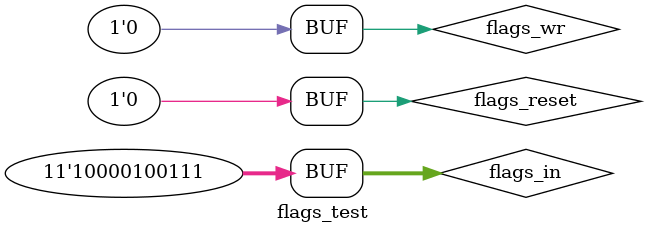
<source format=sv>
`timescale 1 ns / 1 ps

module flags_test;

logic [10:0] flags_in;
logic flags_reset, flags_wr;
logic clock;
logic flag_Z, flag_N;

clock_generator GCLOCK(clock);
flags FLAGS(
	.flags_in(flags_in), 
	.clock(clock), 
	.flags_wr(flags_wr), 
	.flags_reset(flags_reset), 
	.flag_Z(flag_Z), 
	.flag_N(flag_N)
);

initial
begin
	flags_in = 11'b00000000000; flags_reset = 1'b0; flags_wr = 1'b0;
	#2 flags_wr = 1'b1;
	#2 flags_in = 11'b10000100000;
	#2 flags_wr = 1'b0;
	#2 flags_wr = 1'b1;
	#2 flags_in = 11'b00010101000;
	#2 flags_wr = 1'b0;
	#2 flags_in = 11'b10000100111;
	#2 flags_wr = 1'b1;
	#2 flags_wr = 1'b0;
	#2 flags_reset = 1'b1;
	#2 flags_reset = 1'b0;
end
endmodule
</source>
